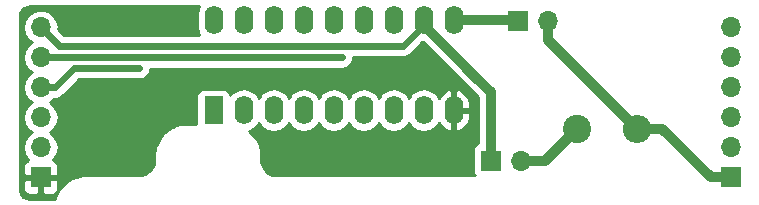
<source format=gtl>
G04 #@! TF.GenerationSoftware,KiCad,Pcbnew,5.0.0+dfsg1-2*
G04 #@! TF.CreationDate,2019-03-17T13:20:00+01:00*
G04 #@! TF.ProjectId,ULN2803A_shield,554C4E32383033415F736869656C642E,rev?*
G04 #@! TF.SameCoordinates,Original*
G04 #@! TF.FileFunction,Copper,L1,Top,Signal*
G04 #@! TF.FilePolarity,Positive*
%FSLAX46Y46*%
G04 Gerber Fmt 4.6, Leading zero omitted, Abs format (unit mm)*
G04 Created by KiCad (PCBNEW 5.0.0+dfsg1-2) date Sun Mar 17 13:20:00 2019*
%MOMM*%
%LPD*%
G01*
G04 APERTURE LIST*
G04 #@! TA.AperFunction,ComponentPad*
%ADD10R,1.700000X1.700000*%
G04 #@! TD*
G04 #@! TA.AperFunction,ComponentPad*
%ADD11O,1.700000X1.700000*%
G04 #@! TD*
G04 #@! TA.AperFunction,ComponentPad*
%ADD12O,2.400000X2.400000*%
G04 #@! TD*
G04 #@! TA.AperFunction,ComponentPad*
%ADD13C,2.400000*%
G04 #@! TD*
G04 #@! TA.AperFunction,ComponentPad*
%ADD14R,1.600000X2.400000*%
G04 #@! TD*
G04 #@! TA.AperFunction,ComponentPad*
%ADD15O,1.600000X2.400000*%
G04 #@! TD*
G04 #@! TA.AperFunction,ViaPad*
%ADD16C,0.600000*%
G04 #@! TD*
G04 #@! TA.AperFunction,Conductor*
%ADD17C,0.400000*%
G04 #@! TD*
G04 #@! TA.AperFunction,Conductor*
%ADD18C,0.812800*%
G04 #@! TD*
G04 #@! TA.AperFunction,Conductor*
%ADD19C,0.609600*%
G04 #@! TD*
G04 #@! TA.AperFunction,Conductor*
%ADD20C,0.254000*%
G04 #@! TD*
G04 APERTURE END LIST*
D10*
G04 #@! TO.P,J2,1*
G04 #@! TO.N,GND*
X37850000Y-109990000D03*
D11*
G04 #@! TO.P,J2,2*
G04 #@! TO.N,AUX-OUT1*
X37850000Y-107450000D03*
G04 #@! TO.P,J2,3*
G04 #@! TO.N,AUX-OUT2*
X37850000Y-104910000D03*
G04 #@! TO.P,J2,4*
G04 #@! TO.N,AUX-OUT3*
X37850000Y-102370000D03*
G04 #@! TO.P,J2,5*
G04 #@! TO.N,AUX-OUT4*
X37850000Y-99830000D03*
G04 #@! TO.P,J2,6*
G04 #@! TO.N,RPM-METER*
X37850000Y-97290000D03*
G04 #@! TD*
D12*
G04 #@! TO.P,L1,2*
G04 #@! TO.N,12V*
X88300000Y-105850000D03*
D13*
G04 #@! TO.P,L1,1*
G04 #@! TO.N,Net-(JP1-Pad2)*
X83220000Y-105850000D03*
G04 #@! TD*
D14*
G04 #@! TO.P,IC1,1*
G04 #@! TO.N,Net-(IC1-Pad1)*
X52470000Y-104310000D03*
D15*
G04 #@! TO.P,IC1,10*
G04 #@! TO.N,Net-(IC1-Pad10)*
X72790000Y-96690000D03*
G04 #@! TO.P,IC1,2*
G04 #@! TO.N,Net-(IC1-Pad1)*
X55010000Y-104310000D03*
G04 #@! TO.P,IC1,11*
G04 #@! TO.N,RPM-METER*
X70250000Y-96690000D03*
G04 #@! TO.P,IC1,3*
G04 #@! TO.N,Net-(IC1-Pad3)*
X57550000Y-104310000D03*
G04 #@! TO.P,IC1,12*
G04 #@! TO.N,AUX-OUT4*
X67710000Y-96690000D03*
G04 #@! TO.P,IC1,4*
G04 #@! TO.N,Net-(IC1-Pad3)*
X60090000Y-104310000D03*
G04 #@! TO.P,IC1,13*
G04 #@! TO.N,AUX-OUT3*
X65170000Y-96690000D03*
G04 #@! TO.P,IC1,5*
G04 #@! TO.N,Net-(IC1-Pad5)*
X62630000Y-104310000D03*
G04 #@! TO.P,IC1,14*
G04 #@! TO.N,AUX-OUT3*
X62630000Y-96690000D03*
G04 #@! TO.P,IC1,6*
G04 #@! TO.N,Net-(IC1-Pad5)*
X65170000Y-104310000D03*
G04 #@! TO.P,IC1,15*
G04 #@! TO.N,AUX-OUT1*
X60090000Y-96690000D03*
G04 #@! TO.P,IC1,7*
G04 #@! TO.N,Net-(IC1-Pad7)*
X67710000Y-104310000D03*
G04 #@! TO.P,IC1,16*
G04 #@! TO.N,AUX-OUT1*
X57550000Y-96690000D03*
G04 #@! TO.P,IC1,8*
G04 #@! TO.N,Net-(IC1-Pad8)*
X70250000Y-104310000D03*
G04 #@! TO.P,IC1,17*
G04 #@! TO.N,AUX-OUT2*
X55010000Y-96690000D03*
G04 #@! TO.P,IC1,9*
G04 #@! TO.N,GND*
X72790000Y-104310000D03*
G04 #@! TO.P,IC1,18*
G04 #@! TO.N,AUX-OUT2*
X52470000Y-96690000D03*
G04 #@! TD*
D10*
G04 #@! TO.P,JP1,1*
G04 #@! TO.N,RPM-METER*
X75930000Y-108560000D03*
D11*
G04 #@! TO.P,JP1,2*
G04 #@! TO.N,Net-(JP1-Pad2)*
X78470000Y-108560000D03*
G04 #@! TD*
D10*
G04 #@! TO.P,JP2,1*
G04 #@! TO.N,Net-(IC1-Pad10)*
X78250000Y-96710000D03*
D11*
G04 #@! TO.P,JP2,2*
G04 #@! TO.N,12V*
X80790000Y-96710000D03*
G04 #@! TD*
D10*
G04 #@! TO.P,J1,1*
G04 #@! TO.N,12V*
X96270000Y-109990000D03*
D11*
G04 #@! TO.P,J1,2*
G04 #@! TO.N,Net-(IC1-Pad5)*
X96270000Y-107450000D03*
G04 #@! TO.P,J1,3*
G04 #@! TO.N,Net-(IC1-Pad7)*
X96270000Y-104910000D03*
G04 #@! TO.P,J1,4*
G04 #@! TO.N,Net-(IC1-Pad8)*
X96270000Y-102370000D03*
G04 #@! TO.P,J1,5*
G04 #@! TO.N,Net-(IC1-Pad3)*
X96270000Y-99830000D03*
G04 #@! TO.P,J1,6*
G04 #@! TO.N,Net-(IC1-Pad1)*
X96270000Y-97290000D03*
G04 #@! TD*
D16*
G04 #@! TO.N,AUX-OUT4*
X63350000Y-99830000D03*
G04 #@! TO.N,AUX-OUT3*
X46170000Y-100750000D03*
G04 #@! TD*
D17*
G04 #@! TO.N,Net-(IC1-Pad1)*
X55010000Y-104310000D02*
X55010000Y-104710000D01*
D18*
G04 #@! TO.N,Net-(IC1-Pad10)*
X78230000Y-96690000D02*
X78250000Y-96710000D01*
X72790000Y-96690000D02*
X78230000Y-96690000D01*
G04 #@! TO.N,RPM-METER*
X70250000Y-96690000D02*
X70250000Y-97090000D01*
X70250000Y-97090000D02*
X74100000Y-100940000D01*
X74100000Y-100940000D02*
X74880000Y-101720000D01*
D19*
X37850000Y-97290000D02*
X39390000Y-98830000D01*
X68510000Y-98830000D02*
X70250000Y-97090000D01*
X39390000Y-98830000D02*
X68510000Y-98830000D01*
D18*
X75930000Y-102770000D02*
X75930000Y-108560000D01*
X74100000Y-100940000D02*
X75930000Y-102770000D01*
D17*
G04 #@! TO.N,AUX-OUT4*
X63350000Y-99830000D02*
X63350000Y-99830000D01*
D19*
X39052081Y-99830000D02*
X63350000Y-99830000D01*
X37850000Y-99830000D02*
X39052081Y-99830000D01*
G04 #@! TO.N,AUX-OUT3*
X39052081Y-102370000D02*
X40672081Y-100750000D01*
X37850000Y-102370000D02*
X39052081Y-102370000D01*
X40672081Y-100750000D02*
X46110000Y-100750000D01*
X46110000Y-100750000D02*
X46170000Y-100750000D01*
D18*
G04 #@! TO.N,12V*
X89997056Y-105850000D02*
X88300000Y-105850000D01*
X90467200Y-105850000D02*
X89997056Y-105850000D01*
X96270000Y-109990000D02*
X94607200Y-109990000D01*
X94607200Y-109990000D02*
X90467200Y-105850000D01*
X80790000Y-98340000D02*
X80790000Y-96710000D01*
X88300000Y-105850000D02*
X80790000Y-98340000D01*
G04 #@! TO.N,Net-(JP1-Pad2)*
X80510000Y-108560000D02*
X83220000Y-105850000D01*
X78470000Y-108560000D02*
X80510000Y-108560000D01*
G04 #@! TD*
D20*
G04 #@! TO.N,GND*
G36*
X51118260Y-95730092D02*
X51035000Y-96148668D01*
X51035000Y-97231333D01*
X51118260Y-97649909D01*
X51278818Y-97890200D01*
X39779278Y-97890200D01*
X39333396Y-97444319D01*
X39364092Y-97290000D01*
X39248839Y-96710582D01*
X38920625Y-96219375D01*
X38429418Y-95891161D01*
X37996256Y-95805000D01*
X37703744Y-95805000D01*
X37270582Y-95891161D01*
X36779375Y-96219375D01*
X36451161Y-96710582D01*
X36335908Y-97290000D01*
X36451161Y-97869418D01*
X36779375Y-98360625D01*
X37077761Y-98560000D01*
X36779375Y-98759375D01*
X36451161Y-99250582D01*
X36335908Y-99830000D01*
X36451161Y-100409418D01*
X36779375Y-100900625D01*
X37077761Y-101100000D01*
X36779375Y-101299375D01*
X36451161Y-101790582D01*
X36335908Y-102370000D01*
X36451161Y-102949418D01*
X36779375Y-103440625D01*
X37077761Y-103640000D01*
X36779375Y-103839375D01*
X36451161Y-104330582D01*
X36335908Y-104910000D01*
X36451161Y-105489418D01*
X36779375Y-105980625D01*
X37077761Y-106180000D01*
X36779375Y-106379375D01*
X36451161Y-106870582D01*
X36335908Y-107450000D01*
X36451161Y-108029418D01*
X36779375Y-108520625D01*
X36801033Y-108535096D01*
X36640302Y-108601673D01*
X36461673Y-108780301D01*
X36365000Y-109013690D01*
X36365000Y-109704250D01*
X36523750Y-109863000D01*
X37723000Y-109863000D01*
X37723000Y-109843000D01*
X37977000Y-109843000D01*
X37977000Y-109863000D01*
X39176250Y-109863000D01*
X39335000Y-109704250D01*
X39335000Y-109013690D01*
X39238327Y-108780301D01*
X39059698Y-108601673D01*
X38898967Y-108535096D01*
X38920625Y-108520625D01*
X39248839Y-108029418D01*
X39364092Y-107450000D01*
X39248839Y-106870582D01*
X38920625Y-106379375D01*
X38622239Y-106180000D01*
X38920625Y-105980625D01*
X39248839Y-105489418D01*
X39364092Y-104910000D01*
X39248839Y-104330582D01*
X38920625Y-103839375D01*
X38622239Y-103640000D01*
X38920625Y-103440625D01*
X39002348Y-103318318D01*
X39052081Y-103328210D01*
X39144635Y-103309800D01*
X39144640Y-103309800D01*
X39418772Y-103255272D01*
X39729638Y-103047557D01*
X39782069Y-102969090D01*
X41061359Y-101689800D01*
X46262559Y-101689800D01*
X46286690Y-101685000D01*
X46355983Y-101685000D01*
X46420001Y-101658483D01*
X46536691Y-101635272D01*
X46635615Y-101569173D01*
X46699635Y-101542655D01*
X46748635Y-101493655D01*
X46847557Y-101427557D01*
X46913655Y-101328635D01*
X46962655Y-101279635D01*
X46989173Y-101215615D01*
X47055272Y-101116691D01*
X47078483Y-101000001D01*
X47105000Y-100935983D01*
X47105000Y-100866690D01*
X47124273Y-100769800D01*
X63442559Y-100769800D01*
X63466690Y-100765000D01*
X63535983Y-100765000D01*
X63600001Y-100738483D01*
X63716691Y-100715272D01*
X63815615Y-100649173D01*
X63879635Y-100622655D01*
X63928635Y-100573655D01*
X64027557Y-100507557D01*
X64093655Y-100408635D01*
X64142655Y-100359635D01*
X64169173Y-100295615D01*
X64235272Y-100196691D01*
X64258483Y-100080001D01*
X64285000Y-100015983D01*
X64285000Y-99946690D01*
X64308211Y-99830000D01*
X64296237Y-99769800D01*
X68417446Y-99769800D01*
X68510000Y-99788210D01*
X68602554Y-99769800D01*
X68602559Y-99769800D01*
X68876691Y-99715272D01*
X69187557Y-99507557D01*
X69239988Y-99429090D01*
X70138203Y-98530875D01*
X70237956Y-98550717D01*
X73436145Y-101748907D01*
X73436148Y-101748909D01*
X74216145Y-102528907D01*
X74216147Y-102528908D01*
X74888600Y-103201362D01*
X74888601Y-107100631D01*
X74832235Y-107111843D01*
X74622191Y-107252191D01*
X74481843Y-107462235D01*
X74432560Y-107710000D01*
X74432560Y-109410000D01*
X74481843Y-109657765D01*
X74576882Y-109800000D01*
X57850580Y-109800000D01*
X57439973Y-109741197D01*
X57108888Y-109590661D01*
X56833361Y-109353251D01*
X56635544Y-109048056D01*
X56524300Y-108676083D01*
X56508863Y-108468356D01*
X56497851Y-108060918D01*
X56494116Y-108044478D01*
X56476080Y-107801765D01*
X56460526Y-107731019D01*
X56450698Y-107659273D01*
X56448264Y-107650948D01*
X56285787Y-107107663D01*
X56245370Y-107020193D01*
X56206022Y-106932229D01*
X56201348Y-106924922D01*
X55892920Y-106449076D01*
X55829560Y-106376445D01*
X55767124Y-106303082D01*
X55760591Y-106297383D01*
X55760587Y-106297379D01*
X55760582Y-106297376D01*
X55502643Y-106075120D01*
X55569909Y-106061740D01*
X56044577Y-105744577D01*
X56280000Y-105392241D01*
X56515424Y-105744577D01*
X56990092Y-106061740D01*
X57550000Y-106173113D01*
X58109909Y-106061740D01*
X58584577Y-105744577D01*
X58820000Y-105392241D01*
X59055424Y-105744577D01*
X59530092Y-106061740D01*
X60090000Y-106173113D01*
X60649909Y-106061740D01*
X61124577Y-105744577D01*
X61360000Y-105392241D01*
X61595424Y-105744577D01*
X62070092Y-106061740D01*
X62630000Y-106173113D01*
X63189909Y-106061740D01*
X63664577Y-105744577D01*
X63900000Y-105392241D01*
X64135424Y-105744577D01*
X64610092Y-106061740D01*
X65170000Y-106173113D01*
X65729909Y-106061740D01*
X66204577Y-105744577D01*
X66440000Y-105392241D01*
X66675424Y-105744577D01*
X67150092Y-106061740D01*
X67710000Y-106173113D01*
X68269909Y-106061740D01*
X68744577Y-105744577D01*
X68980000Y-105392241D01*
X69215424Y-105744577D01*
X69690092Y-106061740D01*
X70250000Y-106173113D01*
X70809909Y-106061740D01*
X71284577Y-105744577D01*
X71522499Y-105388501D01*
X71865104Y-105814500D01*
X72358181Y-106084367D01*
X72440961Y-106101904D01*
X72663000Y-105979915D01*
X72663000Y-104437000D01*
X72917000Y-104437000D01*
X72917000Y-105979915D01*
X73139039Y-106101904D01*
X73221819Y-106084367D01*
X73714896Y-105814500D01*
X74067166Y-105376483D01*
X74225000Y-104837000D01*
X74225000Y-104437000D01*
X72917000Y-104437000D01*
X72663000Y-104437000D01*
X72643000Y-104437000D01*
X72643000Y-104183000D01*
X72663000Y-104183000D01*
X72663000Y-102640085D01*
X72917000Y-102640085D01*
X72917000Y-104183000D01*
X74225000Y-104183000D01*
X74225000Y-103783000D01*
X74067166Y-103243517D01*
X73714896Y-102805500D01*
X73221819Y-102535633D01*
X73139039Y-102518096D01*
X72917000Y-102640085D01*
X72663000Y-102640085D01*
X72440961Y-102518096D01*
X72358181Y-102535633D01*
X71865104Y-102805500D01*
X71522499Y-103231499D01*
X71284576Y-102875423D01*
X70809908Y-102558260D01*
X70250000Y-102446887D01*
X69690091Y-102558260D01*
X69215423Y-102875424D01*
X68980000Y-103227759D01*
X68744576Y-102875423D01*
X68269908Y-102558260D01*
X67710000Y-102446887D01*
X67150091Y-102558260D01*
X66675423Y-102875424D01*
X66440000Y-103227759D01*
X66204576Y-102875423D01*
X65729908Y-102558260D01*
X65170000Y-102446887D01*
X64610091Y-102558260D01*
X64135423Y-102875424D01*
X63900000Y-103227759D01*
X63664576Y-102875423D01*
X63189908Y-102558260D01*
X62630000Y-102446887D01*
X62070091Y-102558260D01*
X61595423Y-102875424D01*
X61360000Y-103227759D01*
X61124576Y-102875423D01*
X60649908Y-102558260D01*
X60090000Y-102446887D01*
X59530091Y-102558260D01*
X59055423Y-102875424D01*
X58820000Y-103227759D01*
X58584576Y-102875423D01*
X58109908Y-102558260D01*
X57550000Y-102446887D01*
X56990091Y-102558260D01*
X56515423Y-102875424D01*
X56280000Y-103227759D01*
X56044576Y-102875423D01*
X55569908Y-102558260D01*
X55010000Y-102446887D01*
X54450091Y-102558260D01*
X53975423Y-102875424D01*
X53894785Y-102996107D01*
X53868157Y-102862235D01*
X53727809Y-102652191D01*
X53517765Y-102511843D01*
X53270000Y-102462560D01*
X51670000Y-102462560D01*
X51422235Y-102511843D01*
X51212191Y-102652191D01*
X51071843Y-102862235D01*
X51022560Y-103110000D01*
X51022560Y-105440000D01*
X50090074Y-105440000D01*
X50070048Y-105443983D01*
X49801765Y-105463920D01*
X49731019Y-105479474D01*
X49659273Y-105489302D01*
X49650948Y-105491736D01*
X49107663Y-105654213D01*
X49020193Y-105694630D01*
X48932229Y-105733978D01*
X48924922Y-105738652D01*
X48449076Y-106047080D01*
X48376445Y-106110440D01*
X48303082Y-106172876D01*
X48297383Y-106179409D01*
X48297379Y-106179413D01*
X48297376Y-106179418D01*
X47927224Y-106608998D01*
X47875286Y-106690211D01*
X47822404Y-106770716D01*
X47818766Y-106778590D01*
X47584060Y-107294799D01*
X47557020Y-107387268D01*
X47528842Y-107479435D01*
X47527560Y-107488014D01*
X47448408Y-108040706D01*
X47438252Y-108100978D01*
X47448756Y-108458110D01*
X47391197Y-108860027D01*
X47240661Y-109191112D01*
X47003251Y-109466639D01*
X46698056Y-109664456D01*
X46326083Y-109775700D01*
X46134711Y-109789921D01*
X41571642Y-109779848D01*
X41544875Y-109785111D01*
X41291765Y-109803920D01*
X41221019Y-109819474D01*
X41149273Y-109829302D01*
X41140948Y-109831736D01*
X40597663Y-109994213D01*
X40510193Y-110034630D01*
X40422229Y-110073978D01*
X40414922Y-110078652D01*
X39939076Y-110387080D01*
X39866445Y-110450440D01*
X39793082Y-110512876D01*
X39787383Y-110519409D01*
X39787379Y-110519413D01*
X39787376Y-110519418D01*
X39417224Y-110948998D01*
X39365286Y-111030211D01*
X39312404Y-111110716D01*
X39308766Y-111118590D01*
X39074060Y-111634799D01*
X39047020Y-111727268D01*
X39030898Y-111780000D01*
X36918685Y-111780000D01*
X36607267Y-111728166D01*
X36381791Y-111606506D01*
X36207877Y-111418366D01*
X36098506Y-111170974D01*
X36069939Y-110944843D01*
X36069030Y-110275750D01*
X36365000Y-110275750D01*
X36365000Y-110966310D01*
X36461673Y-111199699D01*
X36640302Y-111378327D01*
X36873691Y-111475000D01*
X37564250Y-111475000D01*
X37723000Y-111316250D01*
X37723000Y-110117000D01*
X37977000Y-110117000D01*
X37977000Y-111316250D01*
X38135750Y-111475000D01*
X38826309Y-111475000D01*
X39059698Y-111378327D01*
X39238327Y-111199699D01*
X39335000Y-110966310D01*
X39335000Y-110275750D01*
X39176250Y-110117000D01*
X37977000Y-110117000D01*
X37723000Y-110117000D01*
X36523750Y-110117000D01*
X36365000Y-110275750D01*
X36069030Y-110275750D01*
X36050093Y-96348127D01*
X36101834Y-96037267D01*
X36223495Y-95811791D01*
X36411635Y-95637876D01*
X36659026Y-95528505D01*
X36928986Y-95494401D01*
X36943702Y-95490000D01*
X51278684Y-95490000D01*
X51118260Y-95730092D01*
X51118260Y-95730092D01*
G37*
X51118260Y-95730092D02*
X51035000Y-96148668D01*
X51035000Y-97231333D01*
X51118260Y-97649909D01*
X51278818Y-97890200D01*
X39779278Y-97890200D01*
X39333396Y-97444319D01*
X39364092Y-97290000D01*
X39248839Y-96710582D01*
X38920625Y-96219375D01*
X38429418Y-95891161D01*
X37996256Y-95805000D01*
X37703744Y-95805000D01*
X37270582Y-95891161D01*
X36779375Y-96219375D01*
X36451161Y-96710582D01*
X36335908Y-97290000D01*
X36451161Y-97869418D01*
X36779375Y-98360625D01*
X37077761Y-98560000D01*
X36779375Y-98759375D01*
X36451161Y-99250582D01*
X36335908Y-99830000D01*
X36451161Y-100409418D01*
X36779375Y-100900625D01*
X37077761Y-101100000D01*
X36779375Y-101299375D01*
X36451161Y-101790582D01*
X36335908Y-102370000D01*
X36451161Y-102949418D01*
X36779375Y-103440625D01*
X37077761Y-103640000D01*
X36779375Y-103839375D01*
X36451161Y-104330582D01*
X36335908Y-104910000D01*
X36451161Y-105489418D01*
X36779375Y-105980625D01*
X37077761Y-106180000D01*
X36779375Y-106379375D01*
X36451161Y-106870582D01*
X36335908Y-107450000D01*
X36451161Y-108029418D01*
X36779375Y-108520625D01*
X36801033Y-108535096D01*
X36640302Y-108601673D01*
X36461673Y-108780301D01*
X36365000Y-109013690D01*
X36365000Y-109704250D01*
X36523750Y-109863000D01*
X37723000Y-109863000D01*
X37723000Y-109843000D01*
X37977000Y-109843000D01*
X37977000Y-109863000D01*
X39176250Y-109863000D01*
X39335000Y-109704250D01*
X39335000Y-109013690D01*
X39238327Y-108780301D01*
X39059698Y-108601673D01*
X38898967Y-108535096D01*
X38920625Y-108520625D01*
X39248839Y-108029418D01*
X39364092Y-107450000D01*
X39248839Y-106870582D01*
X38920625Y-106379375D01*
X38622239Y-106180000D01*
X38920625Y-105980625D01*
X39248839Y-105489418D01*
X39364092Y-104910000D01*
X39248839Y-104330582D01*
X38920625Y-103839375D01*
X38622239Y-103640000D01*
X38920625Y-103440625D01*
X39002348Y-103318318D01*
X39052081Y-103328210D01*
X39144635Y-103309800D01*
X39144640Y-103309800D01*
X39418772Y-103255272D01*
X39729638Y-103047557D01*
X39782069Y-102969090D01*
X41061359Y-101689800D01*
X46262559Y-101689800D01*
X46286690Y-101685000D01*
X46355983Y-101685000D01*
X46420001Y-101658483D01*
X46536691Y-101635272D01*
X46635615Y-101569173D01*
X46699635Y-101542655D01*
X46748635Y-101493655D01*
X46847557Y-101427557D01*
X46913655Y-101328635D01*
X46962655Y-101279635D01*
X46989173Y-101215615D01*
X47055272Y-101116691D01*
X47078483Y-101000001D01*
X47105000Y-100935983D01*
X47105000Y-100866690D01*
X47124273Y-100769800D01*
X63442559Y-100769800D01*
X63466690Y-100765000D01*
X63535983Y-100765000D01*
X63600001Y-100738483D01*
X63716691Y-100715272D01*
X63815615Y-100649173D01*
X63879635Y-100622655D01*
X63928635Y-100573655D01*
X64027557Y-100507557D01*
X64093655Y-100408635D01*
X64142655Y-100359635D01*
X64169173Y-100295615D01*
X64235272Y-100196691D01*
X64258483Y-100080001D01*
X64285000Y-100015983D01*
X64285000Y-99946690D01*
X64308211Y-99830000D01*
X64296237Y-99769800D01*
X68417446Y-99769800D01*
X68510000Y-99788210D01*
X68602554Y-99769800D01*
X68602559Y-99769800D01*
X68876691Y-99715272D01*
X69187557Y-99507557D01*
X69239988Y-99429090D01*
X70138203Y-98530875D01*
X70237956Y-98550717D01*
X73436145Y-101748907D01*
X73436148Y-101748909D01*
X74216145Y-102528907D01*
X74216147Y-102528908D01*
X74888600Y-103201362D01*
X74888601Y-107100631D01*
X74832235Y-107111843D01*
X74622191Y-107252191D01*
X74481843Y-107462235D01*
X74432560Y-107710000D01*
X74432560Y-109410000D01*
X74481843Y-109657765D01*
X74576882Y-109800000D01*
X57850580Y-109800000D01*
X57439973Y-109741197D01*
X57108888Y-109590661D01*
X56833361Y-109353251D01*
X56635544Y-109048056D01*
X56524300Y-108676083D01*
X56508863Y-108468356D01*
X56497851Y-108060918D01*
X56494116Y-108044478D01*
X56476080Y-107801765D01*
X56460526Y-107731019D01*
X56450698Y-107659273D01*
X56448264Y-107650948D01*
X56285787Y-107107663D01*
X56245370Y-107020193D01*
X56206022Y-106932229D01*
X56201348Y-106924922D01*
X55892920Y-106449076D01*
X55829560Y-106376445D01*
X55767124Y-106303082D01*
X55760591Y-106297383D01*
X55760587Y-106297379D01*
X55760582Y-106297376D01*
X55502643Y-106075120D01*
X55569909Y-106061740D01*
X56044577Y-105744577D01*
X56280000Y-105392241D01*
X56515424Y-105744577D01*
X56990092Y-106061740D01*
X57550000Y-106173113D01*
X58109909Y-106061740D01*
X58584577Y-105744577D01*
X58820000Y-105392241D01*
X59055424Y-105744577D01*
X59530092Y-106061740D01*
X60090000Y-106173113D01*
X60649909Y-106061740D01*
X61124577Y-105744577D01*
X61360000Y-105392241D01*
X61595424Y-105744577D01*
X62070092Y-106061740D01*
X62630000Y-106173113D01*
X63189909Y-106061740D01*
X63664577Y-105744577D01*
X63900000Y-105392241D01*
X64135424Y-105744577D01*
X64610092Y-106061740D01*
X65170000Y-106173113D01*
X65729909Y-106061740D01*
X66204577Y-105744577D01*
X66440000Y-105392241D01*
X66675424Y-105744577D01*
X67150092Y-106061740D01*
X67710000Y-106173113D01*
X68269909Y-106061740D01*
X68744577Y-105744577D01*
X68980000Y-105392241D01*
X69215424Y-105744577D01*
X69690092Y-106061740D01*
X70250000Y-106173113D01*
X70809909Y-106061740D01*
X71284577Y-105744577D01*
X71522499Y-105388501D01*
X71865104Y-105814500D01*
X72358181Y-106084367D01*
X72440961Y-106101904D01*
X72663000Y-105979915D01*
X72663000Y-104437000D01*
X72917000Y-104437000D01*
X72917000Y-105979915D01*
X73139039Y-106101904D01*
X73221819Y-106084367D01*
X73714896Y-105814500D01*
X74067166Y-105376483D01*
X74225000Y-104837000D01*
X74225000Y-104437000D01*
X72917000Y-104437000D01*
X72663000Y-104437000D01*
X72643000Y-104437000D01*
X72643000Y-104183000D01*
X72663000Y-104183000D01*
X72663000Y-102640085D01*
X72917000Y-102640085D01*
X72917000Y-104183000D01*
X74225000Y-104183000D01*
X74225000Y-103783000D01*
X74067166Y-103243517D01*
X73714896Y-102805500D01*
X73221819Y-102535633D01*
X73139039Y-102518096D01*
X72917000Y-102640085D01*
X72663000Y-102640085D01*
X72440961Y-102518096D01*
X72358181Y-102535633D01*
X71865104Y-102805500D01*
X71522499Y-103231499D01*
X71284576Y-102875423D01*
X70809908Y-102558260D01*
X70250000Y-102446887D01*
X69690091Y-102558260D01*
X69215423Y-102875424D01*
X68980000Y-103227759D01*
X68744576Y-102875423D01*
X68269908Y-102558260D01*
X67710000Y-102446887D01*
X67150091Y-102558260D01*
X66675423Y-102875424D01*
X66440000Y-103227759D01*
X66204576Y-102875423D01*
X65729908Y-102558260D01*
X65170000Y-102446887D01*
X64610091Y-102558260D01*
X64135423Y-102875424D01*
X63900000Y-103227759D01*
X63664576Y-102875423D01*
X63189908Y-102558260D01*
X62630000Y-102446887D01*
X62070091Y-102558260D01*
X61595423Y-102875424D01*
X61360000Y-103227759D01*
X61124576Y-102875423D01*
X60649908Y-102558260D01*
X60090000Y-102446887D01*
X59530091Y-102558260D01*
X59055423Y-102875424D01*
X58820000Y-103227759D01*
X58584576Y-102875423D01*
X58109908Y-102558260D01*
X57550000Y-102446887D01*
X56990091Y-102558260D01*
X56515423Y-102875424D01*
X56280000Y-103227759D01*
X56044576Y-102875423D01*
X55569908Y-102558260D01*
X55010000Y-102446887D01*
X54450091Y-102558260D01*
X53975423Y-102875424D01*
X53894785Y-102996107D01*
X53868157Y-102862235D01*
X53727809Y-102652191D01*
X53517765Y-102511843D01*
X53270000Y-102462560D01*
X51670000Y-102462560D01*
X51422235Y-102511843D01*
X51212191Y-102652191D01*
X51071843Y-102862235D01*
X51022560Y-103110000D01*
X51022560Y-105440000D01*
X50090074Y-105440000D01*
X50070048Y-105443983D01*
X49801765Y-105463920D01*
X49731019Y-105479474D01*
X49659273Y-105489302D01*
X49650948Y-105491736D01*
X49107663Y-105654213D01*
X49020193Y-105694630D01*
X48932229Y-105733978D01*
X48924922Y-105738652D01*
X48449076Y-106047080D01*
X48376445Y-106110440D01*
X48303082Y-106172876D01*
X48297383Y-106179409D01*
X48297379Y-106179413D01*
X48297376Y-106179418D01*
X47927224Y-106608998D01*
X47875286Y-106690211D01*
X47822404Y-106770716D01*
X47818766Y-106778590D01*
X47584060Y-107294799D01*
X47557020Y-107387268D01*
X47528842Y-107479435D01*
X47527560Y-107488014D01*
X47448408Y-108040706D01*
X47438252Y-108100978D01*
X47448756Y-108458110D01*
X47391197Y-108860027D01*
X47240661Y-109191112D01*
X47003251Y-109466639D01*
X46698056Y-109664456D01*
X46326083Y-109775700D01*
X46134711Y-109789921D01*
X41571642Y-109779848D01*
X41544875Y-109785111D01*
X41291765Y-109803920D01*
X41221019Y-109819474D01*
X41149273Y-109829302D01*
X41140948Y-109831736D01*
X40597663Y-109994213D01*
X40510193Y-110034630D01*
X40422229Y-110073978D01*
X40414922Y-110078652D01*
X39939076Y-110387080D01*
X39866445Y-110450440D01*
X39793082Y-110512876D01*
X39787383Y-110519409D01*
X39787379Y-110519413D01*
X39787376Y-110519418D01*
X39417224Y-110948998D01*
X39365286Y-111030211D01*
X39312404Y-111110716D01*
X39308766Y-111118590D01*
X39074060Y-111634799D01*
X39047020Y-111727268D01*
X39030898Y-111780000D01*
X36918685Y-111780000D01*
X36607267Y-111728166D01*
X36381791Y-111606506D01*
X36207877Y-111418366D01*
X36098506Y-111170974D01*
X36069939Y-110944843D01*
X36069030Y-110275750D01*
X36365000Y-110275750D01*
X36365000Y-110966310D01*
X36461673Y-111199699D01*
X36640302Y-111378327D01*
X36873691Y-111475000D01*
X37564250Y-111475000D01*
X37723000Y-111316250D01*
X37723000Y-110117000D01*
X37977000Y-110117000D01*
X37977000Y-111316250D01*
X38135750Y-111475000D01*
X38826309Y-111475000D01*
X39059698Y-111378327D01*
X39238327Y-111199699D01*
X39335000Y-110966310D01*
X39335000Y-110275750D01*
X39176250Y-110117000D01*
X37977000Y-110117000D01*
X37723000Y-110117000D01*
X36523750Y-110117000D01*
X36365000Y-110275750D01*
X36069030Y-110275750D01*
X36050093Y-96348127D01*
X36101834Y-96037267D01*
X36223495Y-95811791D01*
X36411635Y-95637876D01*
X36659026Y-95528505D01*
X36928986Y-95494401D01*
X36943702Y-95490000D01*
X51278684Y-95490000D01*
X51118260Y-95730092D01*
G04 #@! TD*
M02*

</source>
